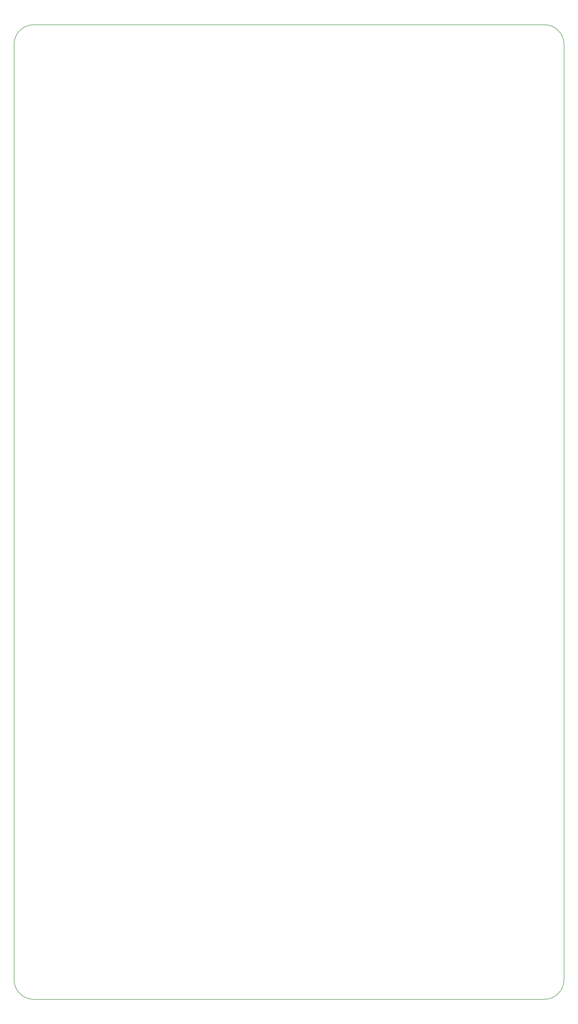
<source format=gbr>
%TF.GenerationSoftware,KiCad,Pcbnew,(6.0.7-1)-1*%
%TF.CreationDate,2024-04-18T03:27:56-04:00*%
%TF.ProjectId,EM_Harpsichord_Sustainer+Playback_V2.0,454d5f48-6172-4707-9369-63686f72645f,rev?*%
%TF.SameCoordinates,Original*%
%TF.FileFunction,Profile,NP*%
%FSLAX46Y46*%
G04 Gerber Fmt 4.6, Leading zero omitted, Abs format (unit mm)*
G04 Created by KiCad (PCBNEW (6.0.7-1)-1) date 2024-04-18 03:27:56*
%MOMM*%
%LPD*%
G01*
G04 APERTURE LIST*
%TA.AperFunction,Profile*%
%ADD10C,0.200000*%
%TD*%
G04 APERTURE END LIST*
D10*
X81038500Y-389984500D02*
X264299500Y-389984500D01*
X73990000Y-382936000D02*
G75*
G03*
X81038500Y-389984500I7048501J1D01*
G01*
X81038500Y-40484500D02*
G75*
G03*
X73990000Y-47533000I1J-7048501D01*
G01*
X73990000Y-382936000D02*
X73990000Y-47533000D01*
X73990000Y-382936000D02*
G75*
G03*
X81038500Y-389984500I7048500J0D01*
G01*
X271438500Y-47533000D02*
X271438500Y-382936000D01*
X264390000Y-40484500D02*
X81129000Y-40484500D01*
X264390000Y-389984500D02*
G75*
G03*
X271438500Y-382936000I0J7048500D01*
G01*
X271438500Y-47533000D02*
G75*
G03*
X264390000Y-40484500I-7048500J0D01*
G01*
M02*

</source>
